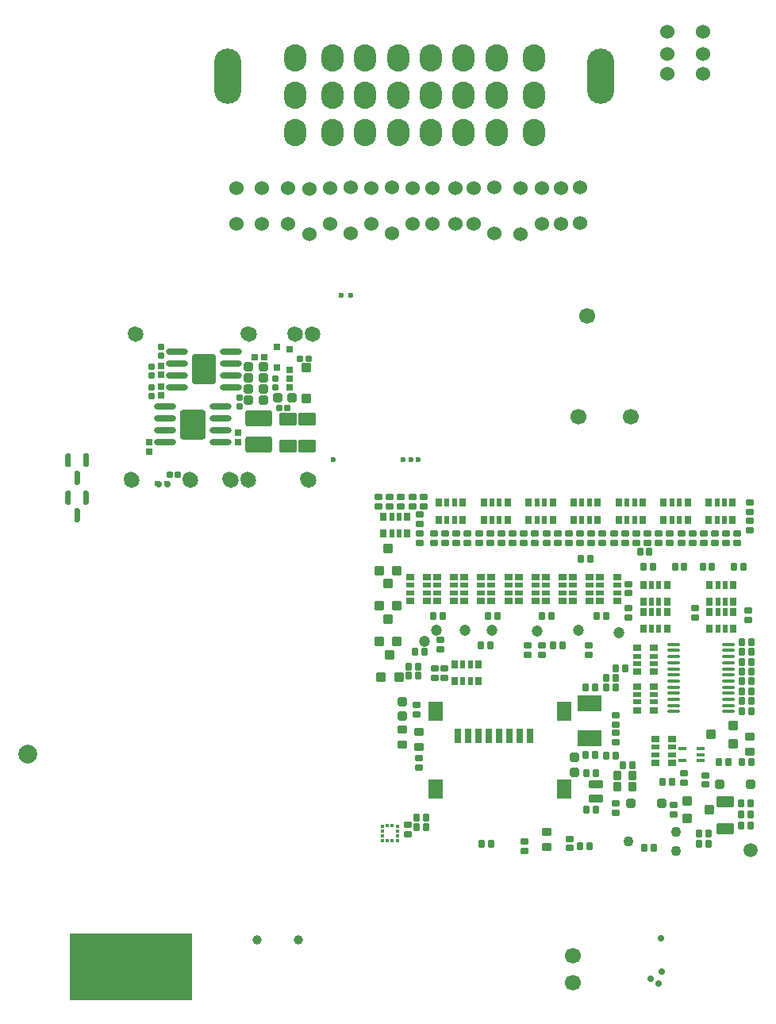
<source format=gbs>
G75*
G70*
%OFA0B0*%
%FSLAX25Y25*%
%IPPOS*%
%LPD*%
%AMOC8*
5,1,8,0,0,1.08239X$1,22.5*
%
%AMM183*
21,1,0.041340,0.026770,0.000000,-0.000000,270.000000*
21,1,0.029130,0.038980,0.000000,-0.000000,270.000000*
1,1,0.012210,-0.013390,-0.014570*
1,1,0.012210,-0.013390,0.014570*
1,1,0.012210,0.013390,0.014570*
1,1,0.012210,0.013390,-0.014570*
%
%AMM185*
21,1,0.076380,0.036220,0.000000,-0.000000,0.000000*
21,1,0.061810,0.050790,0.000000,-0.000000,0.000000*
1,1,0.014570,0.030910,-0.018110*
1,1,0.014570,-0.030910,-0.018110*
1,1,0.014570,-0.030910,0.018110*
1,1,0.014570,0.030910,0.018110*
%
%AMM188*
21,1,0.029130,0.018900,0.000000,-0.000000,0.000000*
21,1,0.018900,0.029130,0.000000,-0.000000,0.000000*
1,1,0.010240,0.009450,-0.009450*
1,1,0.010240,-0.009450,-0.009450*
1,1,0.010240,-0.009450,0.009450*
1,1,0.010240,0.009450,0.009450*
%
%AMM189*
21,1,0.025200,0.019680,0.000000,-0.000000,270.000000*
21,1,0.015750,0.029130,0.000000,-0.000000,270.000000*
1,1,0.009450,-0.009840,-0.007870*
1,1,0.009450,-0.009840,0.007870*
1,1,0.009450,0.009840,0.007870*
1,1,0.009450,0.009840,-0.007870*
%
%AMM190*
21,1,0.025200,0.019680,0.000000,-0.000000,180.000000*
21,1,0.015750,0.029130,0.000000,-0.000000,180.000000*
1,1,0.009450,-0.007870,0.009840*
1,1,0.009450,0.007870,0.009840*
1,1,0.009450,0.007870,-0.009840*
1,1,0.009450,-0.007870,-0.009840*
%
%AMM196*
21,1,0.111810,0.050390,0.000000,-0.000000,0.000000*
21,1,0.093700,0.068500,0.000000,-0.000000,0.000000*
1,1,0.018110,0.046850,-0.025200*
1,1,0.018110,-0.046850,-0.025200*
1,1,0.018110,-0.046850,0.025200*
1,1,0.018110,0.046850,0.025200*
%
%AMM197*
21,1,0.038980,0.026770,0.000000,-0.000000,180.000000*
21,1,0.026770,0.038980,0.000000,-0.000000,180.000000*
1,1,0.012210,-0.013390,0.013390*
1,1,0.012210,0.013390,0.013390*
1,1,0.012210,0.013390,-0.013390*
1,1,0.012210,-0.013390,-0.013390*
%
%AMM198*
21,1,0.029130,0.018900,0.000000,-0.000000,90.000000*
21,1,0.018900,0.029130,0.000000,-0.000000,90.000000*
1,1,0.010240,0.009450,0.009450*
1,1,0.010240,0.009450,-0.009450*
1,1,0.010240,-0.009450,-0.009450*
1,1,0.010240,-0.009450,0.009450*
%
%AMM199*
21,1,0.127560,0.075590,0.000000,-0.000000,90.000000*
21,1,0.103150,0.100000,0.000000,-0.000000,90.000000*
1,1,0.024410,0.037800,0.051580*
1,1,0.024410,0.037800,-0.051580*
1,1,0.024410,-0.037800,-0.051580*
1,1,0.024410,-0.037800,0.051580*
%
%AMM200*
21,1,0.123620,0.083460,0.000000,-0.000000,270.000000*
21,1,0.097240,0.109840,0.000000,-0.000000,270.000000*
1,1,0.026380,-0.041730,-0.048620*
1,1,0.026380,-0.041730,0.048620*
1,1,0.026380,0.041730,0.048620*
1,1,0.026380,0.041730,-0.048620*
%
%AMM273*
21,1,0.031500,0.018900,-0.000000,-0.000000,0.000000*
21,1,0.022840,0.027560,-0.000000,-0.000000,0.000000*
1,1,0.008660,0.011420,-0.009450*
1,1,0.008660,-0.011420,-0.009450*
1,1,0.008660,-0.011420,0.009450*
1,1,0.008660,0.011420,0.009450*
%
%AMM276*
21,1,0.029530,0.026380,-0.000000,-0.000000,270.000000*
21,1,0.020470,0.035430,-0.000000,-0.000000,270.000000*
1,1,0.009060,-0.013190,-0.010240*
1,1,0.009060,-0.013190,0.010240*
1,1,0.009060,0.013190,0.010240*
1,1,0.009060,0.013190,-0.010240*
%
%AMM277*
21,1,0.021650,0.027950,-0.000000,-0.000000,270.000000*
21,1,0.014170,0.035430,-0.000000,-0.000000,270.000000*
1,1,0.007480,-0.013980,-0.007090*
1,1,0.007480,-0.013980,0.007090*
1,1,0.007480,0.013980,0.007090*
1,1,0.007480,0.013980,-0.007090*
%
%AMM279*
21,1,0.016540,0.028980,-0.000000,-0.000000,270.000000*
21,1,0.010080,0.035430,-0.000000,-0.000000,270.000000*
1,1,0.006460,-0.014490,-0.005040*
1,1,0.006460,-0.014490,0.005040*
1,1,0.006460,0.014490,0.005040*
1,1,0.006460,0.014490,-0.005040*
%
%AMM282*
21,1,0.031500,0.018900,-0.000000,-0.000000,270.000000*
21,1,0.022840,0.027560,-0.000000,-0.000000,270.000000*
1,1,0.008660,-0.009450,-0.011420*
1,1,0.008660,-0.009450,0.011420*
1,1,0.008660,0.009450,0.011420*
1,1,0.008660,0.009450,-0.011420*
%
%AMM293*
21,1,0.062990,0.020470,-0.000000,-0.000000,270.000000*
21,1,0.053940,0.029530,-0.000000,-0.000000,270.000000*
1,1,0.009060,-0.010240,-0.026970*
1,1,0.009060,-0.010240,0.026970*
1,1,0.009060,0.010240,0.026970*
1,1,0.009060,0.010240,-0.026970*
%
%AMM294*
21,1,0.082680,0.045670,-0.000000,-0.000000,270.000000*
21,1,0.067320,0.061020,-0.000000,-0.000000,270.000000*
1,1,0.015350,-0.022840,-0.033660*
1,1,0.015350,-0.022840,0.033660*
1,1,0.015350,0.022840,0.033660*
1,1,0.015350,0.022840,-0.033660*
%
%AMM295*
21,1,0.039760,0.026770,-0.000000,-0.000000,180.000000*
21,1,0.029130,0.037400,-0.000000,-0.000000,180.000000*
1,1,0.010630,-0.014570,0.013390*
1,1,0.010630,0.014570,0.013390*
1,1,0.010630,0.014570,-0.013390*
1,1,0.010630,-0.014570,-0.013390*
%
%AMM296*
21,1,0.029530,0.026380,-0.000000,-0.000000,180.000000*
21,1,0.020470,0.035430,-0.000000,-0.000000,180.000000*
1,1,0.009060,-0.010240,0.013190*
1,1,0.009060,0.010240,0.013190*
1,1,0.009060,0.010240,-0.013190*
1,1,0.009060,-0.010240,-0.013190*
%
%AMM297*
21,1,0.021650,0.027950,-0.000000,-0.000000,180.000000*
21,1,0.014170,0.035430,-0.000000,-0.000000,180.000000*
1,1,0.007480,-0.007090,0.013980*
1,1,0.007480,0.007090,0.013980*
1,1,0.007480,0.007090,-0.013980*
1,1,0.007480,-0.007090,-0.013980*
%
%AMM298*
21,1,0.039370,0.030320,-0.000000,-0.000000,90.000000*
21,1,0.028350,0.041340,-0.000000,-0.000000,90.000000*
1,1,0.011020,0.015160,0.014170*
1,1,0.011020,0.015160,-0.014170*
1,1,0.011020,-0.015160,-0.014170*
1,1,0.011020,-0.015160,0.014170*
%
%AMM299*
21,1,0.031500,0.030710,-0.000000,-0.000000,270.000000*
21,1,0.022050,0.040160,-0.000000,-0.000000,270.000000*
1,1,0.009450,-0.015350,-0.011020*
1,1,0.009450,-0.015350,0.011020*
1,1,0.009450,0.015350,0.011020*
1,1,0.009450,0.015350,-0.011020*
%
%AMM300*
21,1,0.031500,0.049610,-0.000000,-0.000000,90.000000*
21,1,0.022050,0.059060,-0.000000,-0.000000,90.000000*
1,1,0.009450,0.024800,0.011020*
1,1,0.009450,0.024800,-0.011020*
1,1,0.009450,-0.024800,-0.011020*
1,1,0.009450,-0.024800,0.011020*
%
%AMM301*
21,1,0.031500,0.030710,-0.000000,-0.000000,180.000000*
21,1,0.022050,0.040160,-0.000000,-0.000000,180.000000*
1,1,0.009450,-0.011020,0.015350*
1,1,0.009450,0.011020,0.015350*
1,1,0.009450,0.011020,-0.015350*
1,1,0.009450,-0.011020,-0.015350*
%
%AMM302*
21,1,0.074800,0.036220,-0.000000,-0.000000,180.000000*
21,1,0.061810,0.049210,-0.000000,-0.000000,180.000000*
1,1,0.012990,-0.030910,0.018110*
1,1,0.012990,0.030910,0.018110*
1,1,0.012990,0.030910,-0.018110*
1,1,0.012990,-0.030910,-0.018110*
%
%AMM303*
21,1,0.037400,0.026770,-0.000000,-0.000000,90.000000*
21,1,0.026770,0.037400,-0.000000,-0.000000,90.000000*
1,1,0.010630,0.013390,0.013390*
1,1,0.010630,0.013390,-0.013390*
1,1,0.010630,-0.013390,-0.013390*
1,1,0.010630,-0.013390,0.013390*
%
%AMM304*
21,1,0.039370,0.030320,-0.000000,-0.000000,180.000000*
21,1,0.028350,0.041340,-0.000000,-0.000000,180.000000*
1,1,0.011020,-0.014170,0.015160*
1,1,0.011020,0.014170,0.015160*
1,1,0.011020,0.014170,-0.015160*
1,1,0.011020,-0.014170,-0.015160*
%
%ADD10C,0.02362*%
%ADD114C,0.02913*%
%ADD115C,0.06457*%
%ADD191C,0.04294*%
%ADD192C,0.04724*%
%ADD211R,0.09843X0.07087*%
%ADD22C,0.06000*%
%ADD220O,0.05354X0.01378*%
%ADD222R,0.01378X0.01772*%
%ADD223R,0.01772X0.01378*%
%ADD23C,0.06693*%
%ADD270O,0.09213X0.02520*%
%ADD326M183*%
%ADD328M185*%
%ADD33C,0.05906*%
%ADD331M188*%
%ADD332M189*%
%ADD333M190*%
%ADD339M196*%
%ADD340M197*%
%ADD341M198*%
%ADD342M199*%
%ADD343M200*%
%ADD434M273*%
%ADD437M276*%
%ADD438M277*%
%ADD440M279*%
%ADD443M282*%
%ADD454M293*%
%ADD455M294*%
%ADD456M295*%
%ADD457M296*%
%ADD458M297*%
%ADD459M298*%
%ADD460M299*%
%ADD461M300*%
%ADD462M301*%
%ADD463M302*%
%ADD464M303*%
%ADD465M304*%
%ADD50C,0.07874*%
%ADD54C,0.03937*%
%ADD62C,0.00472*%
%ADD63O,0.11417X0.23228*%
%ADD64O,0.09449X0.11417*%
X0000000Y0000000D02*
%LPD*%
G01*
G36*
X0077559Y0000787D02*
G01*
X0026378Y0000787D01*
X0026378Y0028346D01*
X0077559Y0028346D01*
X0077559Y0000787D01*
G37*
D62*
X0077559Y0000787D02*
X0026378Y0000787D01*
X0026378Y0028346D01*
X0077559Y0028346D01*
X0077559Y0000787D01*
D22*
X0196206Y0326364D03*
X0196206Y0341364D03*
X0188514Y0326449D03*
X0188514Y0341449D03*
X0144488Y0341535D03*
X0144488Y0322244D03*
D23*
X0243929Y0287795D03*
D22*
X0096457Y0326358D03*
X0096457Y0341358D03*
X0292539Y0407087D03*
X0277539Y0407087D03*
D54*
X0105157Y0025492D03*
X0122480Y0025492D03*
D22*
X0153150Y0326358D03*
X0153150Y0341358D03*
D10*
X0273927Y0007192D03*
X0270482Y0009259D03*
X0275108Y0012211D03*
X0274813Y0026188D03*
D22*
X0178740Y0326358D03*
X0178740Y0341358D03*
D23*
X0237795Y0007480D03*
D33*
X0126280Y0219193D03*
X0101083Y0219193D03*
X0093602Y0219193D03*
X0076673Y0219193D03*
D10*
X0067224Y0217421D03*
X0063287Y0217421D03*
D33*
X0052067Y0219193D03*
X0128051Y0280217D03*
X0120768Y0280217D03*
X0101280Y0280217D03*
X0053839Y0280217D03*
D10*
X0137106Y0227165D03*
X0166634Y0227165D03*
X0169783Y0227165D03*
X0172933Y0227165D03*
X0144587Y0296161D03*
X0140650Y0296161D03*
D22*
X0170472Y0326358D03*
X0170472Y0341358D03*
X0118110Y0326358D03*
X0118110Y0341358D03*
X0215929Y0341339D03*
X0215929Y0322047D03*
X0277539Y0389370D03*
X0292539Y0389370D03*
X0161811Y0341535D03*
X0161811Y0322244D03*
X0224929Y0326358D03*
X0224929Y0341358D03*
X0232929Y0326358D03*
X0232929Y0341358D03*
X0292539Y0397638D03*
X0277539Y0397638D03*
X0240929Y0326547D03*
X0240929Y0341547D03*
D63*
X0249606Y0388185D03*
X0092913Y0388185D03*
D64*
X0121063Y0364563D03*
X0136811Y0364563D03*
X0150591Y0364563D03*
X0164370Y0364563D03*
X0178150Y0364563D03*
X0191929Y0364563D03*
X0205709Y0364563D03*
X0221457Y0364563D03*
X0121063Y0380311D03*
X0136811Y0380311D03*
X0150591Y0380311D03*
X0164370Y0380311D03*
X0178150Y0380311D03*
X0191929Y0380311D03*
X0205709Y0380311D03*
X0221457Y0380311D03*
X0121063Y0396059D03*
X0136811Y0396059D03*
X0150591Y0396059D03*
X0164370Y0396059D03*
X0178150Y0396059D03*
X0191929Y0396059D03*
X0205709Y0396059D03*
X0221457Y0396059D03*
D22*
X0107087Y0326358D03*
X0107087Y0341358D03*
X0135827Y0326358D03*
X0135827Y0341358D03*
D23*
X0237795Y0018898D03*
D22*
X0127165Y0341142D03*
X0127165Y0321850D03*
X0204929Y0341535D03*
X0204929Y0322244D03*
D23*
X0262205Y0245276D03*
X0240157Y0245276D03*
G36*
G01*
X0025197Y0214222D02*
X0026378Y0214222D01*
G75*
G02*
X0026969Y0213632I0000000J-000591D01*
G01*
X0026969Y0209006D01*
G75*
G02*
X0026378Y0208415I-000591J0000000D01*
G01*
X0025197Y0208415D01*
G75*
G02*
X0024606Y0209006I0000000J0000591D01*
G01*
X0024606Y0213632D01*
G75*
G02*
X0025197Y0214222I0000591J0000000D01*
G01*
G37*
G36*
G01*
X0032677Y0214222D02*
X0033858Y0214222D01*
G75*
G02*
X0034449Y0213632I0000000J-000591D01*
G01*
X0034449Y0209006D01*
G75*
G02*
X0033858Y0208415I-000591J0000000D01*
G01*
X0032677Y0208415D01*
G75*
G02*
X0032087Y0209006I0000000J0000591D01*
G01*
X0032087Y0213632D01*
G75*
G02*
X0032677Y0214222I0000591J0000000D01*
G01*
G37*
G36*
G01*
X0028937Y0206841D02*
X0030118Y0206841D01*
G75*
G02*
X0030709Y0206250I0000000J-000591D01*
G01*
X0030709Y0201624D01*
G75*
G02*
X0030118Y0201033I-000591J0000000D01*
G01*
X0028937Y0201033D01*
G75*
G02*
X0028346Y0201624I0000000J0000591D01*
G01*
X0028346Y0206250D01*
G75*
G02*
X0028937Y0206841I0000591J0000000D01*
G01*
G37*
G36*
G01*
X0025197Y0229970D02*
X0026378Y0229970D01*
G75*
G02*
X0026969Y0229380I0000000J-000591D01*
G01*
X0026969Y0224754D01*
G75*
G02*
X0026378Y0224163I-000591J0000000D01*
G01*
X0025197Y0224163D01*
G75*
G02*
X0024606Y0224754I0000000J0000591D01*
G01*
X0024606Y0229380D01*
G75*
G02*
X0025197Y0229970I0000591J0000000D01*
G01*
G37*
G36*
G01*
X0032677Y0229970D02*
X0033858Y0229970D01*
G75*
G02*
X0034449Y0229380I0000000J-000591D01*
G01*
X0034449Y0224754D01*
G75*
G02*
X0033858Y0224163I-000591J0000000D01*
G01*
X0032677Y0224163D01*
G75*
G02*
X0032087Y0224754I0000000J0000591D01*
G01*
X0032087Y0229380D01*
G75*
G02*
X0032677Y0229970I0000591J0000000D01*
G01*
G37*
G36*
G01*
X0028937Y0222589D02*
X0030118Y0222589D01*
G75*
G02*
X0030709Y0221998I0000000J-000591D01*
G01*
X0030709Y0217372D01*
G75*
G02*
X0030118Y0216781I-000591J0000000D01*
G01*
X0028937Y0216781D01*
G75*
G02*
X0028346Y0217372I0000000J0000591D01*
G01*
X0028346Y0221998D01*
G75*
G02*
X0028937Y0222589I0000591J0000000D01*
G01*
G37*
D50*
X0008858Y0103543D03*
X0049508Y0282776D02*
G01*
G75*
D326*
X0125886Y0265853D02*
D03*
X0125886Y0252861D02*
D03*
D328*
X0126280Y0244418D02*
D03*
X0126280Y0233001D02*
D03*
X0118248Y0244418D02*
D03*
X0118248Y0233001D02*
D03*
D331*
X0108169Y0270374D02*
D03*
X0104232Y0270374D02*
D03*
X0118799Y0265059D02*
D03*
X0118799Y0273721D02*
D03*
X0113551Y0265847D02*
D03*
X0113551Y0274508D02*
D03*
D332*
X0060925Y0266165D02*
D03*
X0060925Y0262621D02*
D03*
X0097658Y0249686D02*
D03*
X0097658Y0253230D02*
D03*
X0112763Y0257684D02*
D03*
X0112763Y0261227D02*
D03*
X0060925Y0257546D02*
D03*
X0060925Y0254003D02*
D03*
X0064862Y0270965D02*
D03*
X0064862Y0274508D02*
D03*
D333*
X0071967Y0221026D02*
D03*
X0068423Y0221026D02*
D03*
X0117882Y0249023D02*
D03*
X0114338Y0249023D02*
D03*
X0123196Y0269790D02*
D03*
X0126740Y0269790D02*
D03*
D114*
X0067618Y0217028D02*
D03*
X0063681Y0217028D02*
D03*
D115*
X0121161Y0279823D02*
D03*
X0054232Y0279823D02*
D03*
X0101673Y0279823D02*
D03*
X0101476Y0218800D02*
D03*
X0126673Y0218800D02*
D03*
X0077067Y0218800D02*
D03*
X0093996Y0218800D02*
D03*
X0052461Y0218800D02*
D03*
X0128445Y0279823D02*
D03*
D339*
X0105807Y0244587D02*
D03*
X0105807Y0233563D02*
D03*
D340*
X0107704Y0266241D02*
D03*
X0101484Y0266241D02*
D03*
X0107704Y0252147D02*
D03*
X0101484Y0252147D02*
D03*
X0107704Y0256838D02*
D03*
X0101484Y0256838D02*
D03*
X0107704Y0261530D02*
D03*
X0101484Y0261530D02*
D03*
X0119949Y0253328D02*
D03*
X0113728Y0253328D02*
D03*
D341*
X0064862Y0266755D02*
D03*
X0064862Y0262818D02*
D03*
X0064862Y0254200D02*
D03*
X0064862Y0258137D02*
D03*
X0118799Y0257487D02*
D03*
X0118799Y0261424D02*
D03*
X0097185Y0234554D02*
D03*
X0097185Y0238491D02*
D03*
X0059744Y0234652D02*
D03*
X0059744Y0230715D02*
D03*
D342*
X0082940Y0265204D02*
D03*
D270*
X0094259Y0272704D02*
D03*
X0094259Y0267704D02*
D03*
X0094259Y0262704D02*
D03*
X0094259Y0257704D02*
D03*
X0071622Y0272704D02*
D03*
X0071622Y0267704D02*
D03*
X0071622Y0262704D02*
D03*
X0071622Y0257704D02*
D03*
X0089764Y0249637D02*
D03*
X0089764Y0244637D02*
D03*
X0089764Y0239637D02*
D03*
X0089764Y0234637D02*
D03*
X0066339Y0249637D02*
D03*
X0066339Y0244637D02*
D03*
X0066339Y0239637D02*
D03*
X0066339Y0234637D02*
D03*
D343*
X0078051Y0242137D02*
D03*
X0133661Y0297638D02*
%LPD*%
G01*
D10*
X0137106Y0227166D03*
X0166633Y0227166D03*
X0169783Y0227166D03*
X0172933Y0227166D03*
X0144586Y0296162D03*
X0140649Y0296162D03*
X0316831Y0216831D02*
G01*
G75*
D434*
X0311332Y0163952D02*
D03*
X0311332Y0160015D02*
D03*
X0284548Y0091634D02*
D03*
X0284548Y0095571D02*
D03*
X0293603Y0090847D02*
D03*
X0293603Y0094784D02*
D03*
X0182185Y0147540D02*
D03*
X0182185Y0151477D02*
D03*
X0244488Y0149410D02*
D03*
X0244488Y0145473D02*
D03*
X0255807Y0082973D02*
D03*
X0255807Y0079036D02*
D03*
X0224803Y0149410D02*
D03*
X0224803Y0145473D02*
D03*
X0236615Y0068110D02*
D03*
X0236615Y0064174D02*
D03*
X0183760Y0135729D02*
D03*
X0183760Y0139666D02*
D03*
X0179823Y0135729D02*
D03*
X0179823Y0139666D02*
D03*
X0280217Y0082185D02*
D03*
X0280217Y0078248D02*
D03*
X0172146Y0120374D02*
D03*
X0172146Y0124311D02*
D03*
X0173130Y0097933D02*
D03*
X0173130Y0101870D02*
D03*
X0218898Y0149410D02*
D03*
X0218898Y0145473D02*
D03*
X0217618Y0062894D02*
D03*
X0217618Y0066831D02*
D03*
X0255807Y0112500D02*
D03*
X0255807Y0108563D02*
D03*
X0255807Y0116044D02*
D03*
X0255807Y0119981D02*
D03*
X0269193Y0192422D02*
D03*
X0269193Y0196359D02*
D03*
X0264469Y0192422D02*
D03*
X0264469Y0196359D02*
D03*
X0259744Y0192422D02*
D03*
X0259744Y0196359D02*
D03*
X0255020Y0192422D02*
D03*
X0255020Y0196359D02*
D03*
X0170374Y0211713D02*
D03*
X0170374Y0207776D02*
D03*
X0165650Y0207776D02*
D03*
X0165650Y0211713D02*
D03*
X0160926Y0211713D02*
D03*
X0160926Y0207776D02*
D03*
X0156201Y0211713D02*
D03*
X0156201Y0207776D02*
D03*
X0289075Y0164863D02*
D03*
X0289075Y0160926D02*
D03*
X0261122Y0164863D02*
D03*
X0261122Y0160926D02*
D03*
X0292815Y0192422D02*
D03*
X0292815Y0196359D02*
D03*
X0297539Y0192422D02*
D03*
X0297539Y0196359D02*
D03*
X0302264Y0192422D02*
D03*
X0302264Y0196359D02*
D03*
X0306988Y0192422D02*
D03*
X0306988Y0196359D02*
D03*
X0273917Y0192422D02*
D03*
X0273917Y0196359D02*
D03*
X0278642Y0192422D02*
D03*
X0278642Y0196359D02*
D03*
X0283366Y0192422D02*
D03*
X0283366Y0196359D02*
D03*
X0288091Y0192422D02*
D03*
X0288091Y0196359D02*
D03*
X0236122Y0192422D02*
D03*
X0236122Y0196359D02*
D03*
X0240846Y0192422D02*
D03*
X0240846Y0196359D02*
D03*
X0245571Y0192422D02*
D03*
X0245571Y0196359D02*
D03*
X0250295Y0192422D02*
D03*
X0250295Y0196359D02*
D03*
X0217224Y0196359D02*
D03*
X0217224Y0192422D02*
D03*
X0221949Y0192422D02*
D03*
X0221949Y0196359D02*
D03*
X0226673Y0192422D02*
D03*
X0226673Y0196359D02*
D03*
X0231398Y0192422D02*
D03*
X0231398Y0196359D02*
D03*
X0198327Y0192422D02*
D03*
X0198327Y0196359D02*
D03*
X0203051Y0192422D02*
D03*
X0203051Y0196359D02*
D03*
X0207776Y0192422D02*
D03*
X0207776Y0196359D02*
D03*
X0212500Y0192422D02*
D03*
X0212500Y0196359D02*
D03*
X0184154Y0192422D02*
D03*
X0184154Y0196359D02*
D03*
X0188878Y0192422D02*
D03*
X0188878Y0196359D02*
D03*
X0193603Y0192422D02*
D03*
X0193603Y0196359D02*
D03*
X0312107Y0201674D02*
D03*
X0312107Y0197737D02*
D03*
X0175098Y0207776D02*
D03*
X0175098Y0211713D02*
D03*
X0261122Y0175099D02*
D03*
X0261122Y0171162D02*
D03*
X0173524Y0196359D02*
D03*
X0173524Y0192422D02*
D03*
X0312107Y0209351D02*
D03*
X0312107Y0205414D02*
D03*
X0173524Y0200296D02*
D03*
X0173524Y0204233D02*
D03*
X0168406Y0069981D02*
D03*
X0168406Y0073918D02*
D03*
X0179429Y0192422D02*
D03*
X0179429Y0196359D02*
D03*
D437*
X0279429Y0100000D02*
D03*
X0272343Y0100000D02*
D03*
X0272343Y0110040D02*
D03*
X0279429Y0110040D02*
D03*
X0264862Y0148229D02*
D03*
X0271949Y0148229D02*
D03*
X0271949Y0138189D02*
D03*
X0264862Y0138189D02*
D03*
X0264862Y0132087D02*
D03*
X0271949Y0132087D02*
D03*
X0271949Y0122047D02*
D03*
X0264862Y0122047D02*
D03*
X0169390Y0167914D02*
D03*
X0176477Y0167914D02*
D03*
X0176477Y0177953D02*
D03*
X0169390Y0177953D02*
D03*
X0187894Y0177953D02*
D03*
X0180807Y0177953D02*
D03*
X0180807Y0167914D02*
D03*
X0187894Y0167914D02*
D03*
X0237894Y0167914D02*
D03*
X0244980Y0167914D02*
D03*
X0244980Y0177953D02*
D03*
X0237894Y0177953D02*
D03*
X0256398Y0177953D02*
D03*
X0249311Y0177953D02*
D03*
X0249311Y0167914D02*
D03*
X0256398Y0167914D02*
D03*
X0215059Y0167914D02*
D03*
X0222146Y0167914D02*
D03*
X0222146Y0177953D02*
D03*
X0215059Y0177953D02*
D03*
X0233563Y0177953D02*
D03*
X0226476Y0177953D02*
D03*
X0226476Y0167914D02*
D03*
X0233563Y0167914D02*
D03*
X0192224Y0167914D02*
D03*
X0199311Y0167914D02*
D03*
X0199311Y0177953D02*
D03*
X0192224Y0177953D02*
D03*
X0210728Y0177953D02*
D03*
X0203642Y0177953D02*
D03*
X0203642Y0167914D02*
D03*
X0210728Y0167914D02*
D03*
D438*
X0272343Y0106595D02*
D03*
X0272343Y0103445D02*
D03*
X0279429Y0103445D02*
D03*
X0279429Y0106595D02*
D03*
X0271949Y0141634D02*
D03*
X0271949Y0144784D02*
D03*
X0264862Y0144784D02*
D03*
X0264862Y0141634D02*
D03*
X0271949Y0125492D02*
D03*
X0271949Y0128642D02*
D03*
X0264862Y0128642D02*
D03*
X0264862Y0125492D02*
D03*
X0169390Y0171359D02*
D03*
X0169390Y0174508D02*
D03*
X0176477Y0174508D02*
D03*
X0176477Y0171359D02*
D03*
X0187894Y0174508D02*
D03*
X0187894Y0171359D02*
D03*
X0180807Y0171359D02*
D03*
X0180807Y0174508D02*
D03*
X0237894Y0171359D02*
D03*
X0237894Y0174508D02*
D03*
X0244980Y0174508D02*
D03*
X0244980Y0171359D02*
D03*
X0256398Y0174508D02*
D03*
X0256398Y0171359D02*
D03*
X0249311Y0171359D02*
D03*
X0249311Y0174508D02*
D03*
X0215059Y0171359D02*
D03*
X0215059Y0174508D02*
D03*
X0222146Y0174508D02*
D03*
X0222146Y0171359D02*
D03*
X0233563Y0174508D02*
D03*
X0233563Y0171359D02*
D03*
X0226476Y0171359D02*
D03*
X0226476Y0174508D02*
D03*
X0192224Y0171359D02*
D03*
X0192224Y0174508D02*
D03*
X0199311Y0174508D02*
D03*
X0199311Y0171359D02*
D03*
X0210728Y0174508D02*
D03*
X0210728Y0171359D02*
D03*
X0203642Y0171359D02*
D03*
X0203642Y0174508D02*
D03*
D440*
X0291437Y0106004D02*
D03*
X0291437Y0103445D02*
D03*
X0291437Y0100886D02*
D03*
X0283957Y0100886D02*
D03*
X0283957Y0106004D02*
D03*
D443*
X0275492Y0092028D02*
D03*
X0279429Y0092028D02*
D03*
X0175492Y0146752D02*
D03*
X0171555Y0146752D02*
D03*
X0312500Y0073524D02*
D03*
X0308563Y0073524D02*
D03*
X0244784Y0064862D02*
D03*
X0240847Y0064862D02*
D03*
X0176083Y0077067D02*
D03*
X0172146Y0077067D02*
D03*
X0203445Y0066044D02*
D03*
X0199508Y0066044D02*
D03*
X0290847Y0065945D02*
D03*
X0294784Y0065945D02*
D03*
X0290847Y0070374D02*
D03*
X0294784Y0070374D02*
D03*
X0255807Y0131792D02*
D03*
X0251870Y0131792D02*
D03*
X0247146Y0131792D02*
D03*
X0243209Y0131792D02*
D03*
X0247146Y0103445D02*
D03*
X0243209Y0103445D02*
D03*
X0312500Y0082973D02*
D03*
X0308563Y0082973D02*
D03*
X0267815Y0064272D02*
D03*
X0271752Y0064272D02*
D03*
X0312500Y0078248D02*
D03*
X0308563Y0078248D02*
D03*
X0255807Y0139666D02*
D03*
X0259744Y0139666D02*
D03*
X0172736Y0140453D02*
D03*
X0168799Y0140453D02*
D03*
X0172736Y0136516D02*
D03*
X0168799Y0136516D02*
D03*
X0172146Y0073130D02*
D03*
X0176083Y0073130D02*
D03*
X0199213Y0149410D02*
D03*
X0203150Y0149410D02*
D03*
X0255807Y0103052D02*
D03*
X0251870Y0103052D02*
D03*
X0255807Y0135729D02*
D03*
X0251870Y0135729D02*
D03*
X0247540Y0080217D02*
D03*
X0243603Y0080217D02*
D03*
X0247540Y0095571D02*
D03*
X0243603Y0095571D02*
D03*
X0233465Y0149410D02*
D03*
X0229528Y0149410D02*
D03*
X0262796Y0099016D02*
D03*
X0258859Y0099016D02*
D03*
X0179232Y0161713D02*
D03*
X0183169Y0161713D02*
D03*
X0247736Y0161713D02*
D03*
X0251673Y0161713D02*
D03*
X0224902Y0161713D02*
D03*
X0228839Y0161713D02*
D03*
X0202067Y0161713D02*
D03*
X0206004Y0161713D02*
D03*
X0241240Y0185729D02*
D03*
X0245177Y0185729D02*
D03*
X0296292Y0182185D02*
D03*
X0292355Y0182185D02*
D03*
X0305481Y0182185D02*
D03*
X0309418Y0182185D02*
D03*
X0271488Y0182185D02*
D03*
X0267551Y0182185D02*
D03*
X0280677Y0182185D02*
D03*
X0284614Y0182185D02*
D03*
X0308957Y0100296D02*
D03*
X0312894Y0100296D02*
D03*
X0303051Y0100296D02*
D03*
X0299114Y0100296D02*
D03*
X0266043Y0188485D02*
D03*
X0269980Y0188485D02*
D03*
X0312894Y0150689D02*
D03*
X0308957Y0150689D02*
D03*
X0312894Y0138288D02*
D03*
X0308957Y0138288D02*
D03*
X0312894Y0134154D02*
D03*
X0308957Y0134154D02*
D03*
X0312894Y0125886D02*
D03*
X0308957Y0125886D02*
D03*
X0312894Y0130020D02*
D03*
X0308957Y0130020D02*
D03*
X0312894Y0121752D02*
D03*
X0308957Y0121752D02*
D03*
X0312894Y0142421D02*
D03*
X0308957Y0142421D02*
D03*
X0312894Y0146555D02*
D03*
X0308957Y0146555D02*
D03*
D191*
X0261083Y0066890D02*
D03*
X0281083Y0070890D02*
D03*
X0281083Y0062890D02*
D03*
D192*
X0222736Y0155414D02*
D03*
X0175492Y0151083D02*
D03*
X0180610Y0155807D02*
D03*
X0192422Y0155807D02*
D03*
X0203839Y0155807D02*
D03*
X0240059Y0155807D02*
D03*
X0256989Y0154626D02*
D03*
D33*
X0312500Y0063288D02*
D03*
D454*
X0219705Y0111307D02*
D03*
X0215374Y0111307D02*
D03*
X0211043Y0111307D02*
D03*
X0206713Y0111307D02*
D03*
X0202382Y0111307D02*
D03*
X0198051Y0111307D02*
D03*
X0193720Y0111307D02*
D03*
X0189390Y0111307D02*
D03*
D455*
X0180020Y0121543D02*
D03*
X0180020Y0088866D02*
D03*
X0234153Y0088866D02*
D03*
X0234153Y0121543D02*
D03*
D456*
X0275099Y0082973D02*
D03*
X0262106Y0082973D02*
D03*
X0299508Y0090847D02*
D03*
X0312500Y0090847D02*
D03*
D211*
X0244783Y0110335D02*
D03*
X0244783Y0124902D02*
D03*
D457*
X0198228Y0134154D02*
D03*
X0198228Y0141240D02*
D03*
X0188189Y0141240D02*
D03*
X0188189Y0134154D02*
D03*
X0267126Y0209154D02*
D03*
X0267126Y0202067D02*
D03*
X0257087Y0202067D02*
D03*
X0257087Y0209154D02*
D03*
X0295276Y0174705D02*
D03*
X0295276Y0167618D02*
D03*
X0305315Y0167618D02*
D03*
X0305315Y0174705D02*
D03*
X0305315Y0156201D02*
D03*
X0305315Y0163288D02*
D03*
X0295276Y0163288D02*
D03*
X0295276Y0156201D02*
D03*
X0267323Y0174705D02*
D03*
X0267323Y0167618D02*
D03*
X0277362Y0167618D02*
D03*
X0277362Y0174705D02*
D03*
X0277362Y0156201D02*
D03*
X0277362Y0163288D02*
D03*
X0267323Y0163288D02*
D03*
X0267323Y0156201D02*
D03*
X0304921Y0209154D02*
D03*
X0304921Y0202067D02*
D03*
X0294882Y0202067D02*
D03*
X0294882Y0209154D02*
D03*
X0286024Y0209154D02*
D03*
X0286024Y0202067D02*
D03*
X0275985Y0202067D02*
D03*
X0275985Y0209154D02*
D03*
X0248229Y0209154D02*
D03*
X0248229Y0202067D02*
D03*
X0238189Y0202067D02*
D03*
X0238189Y0209154D02*
D03*
X0229331Y0209154D02*
D03*
X0229331Y0202067D02*
D03*
X0219291Y0202067D02*
D03*
X0219291Y0209154D02*
D03*
X0210433Y0209154D02*
D03*
X0210433Y0202067D02*
D03*
X0200394Y0202067D02*
D03*
X0200394Y0209154D02*
D03*
X0191536Y0209154D02*
D03*
X0191536Y0202067D02*
D03*
X0181496Y0202067D02*
D03*
X0181496Y0209154D02*
D03*
X0158268Y0203445D02*
D03*
X0158268Y0196359D02*
D03*
X0168307Y0196359D02*
D03*
X0168307Y0203445D02*
D03*
D458*
X0194784Y0134154D02*
D03*
X0191634Y0134154D02*
D03*
X0191634Y0141240D02*
D03*
X0194784Y0141240D02*
D03*
X0260532Y0202067D02*
D03*
X0263681Y0202067D02*
D03*
X0263681Y0209154D02*
D03*
X0260532Y0209154D02*
D03*
X0298721Y0174705D02*
D03*
X0301870Y0174705D02*
D03*
X0301870Y0167618D02*
D03*
X0298721Y0167618D02*
D03*
X0301870Y0156201D02*
D03*
X0298721Y0156201D02*
D03*
X0298721Y0163288D02*
D03*
X0301870Y0163288D02*
D03*
X0270768Y0174705D02*
D03*
X0273918Y0174705D02*
D03*
X0273918Y0167618D02*
D03*
X0270768Y0167618D02*
D03*
X0273917Y0156201D02*
D03*
X0270768Y0156201D02*
D03*
X0270768Y0163288D02*
D03*
X0273917Y0163288D02*
D03*
X0298327Y0202067D02*
D03*
X0301476Y0202067D02*
D03*
X0301476Y0209154D02*
D03*
X0298327Y0209154D02*
D03*
X0279429Y0202067D02*
D03*
X0282579Y0202067D02*
D03*
X0282579Y0209154D02*
D03*
X0279429Y0209154D02*
D03*
X0241634Y0202067D02*
D03*
X0244784Y0202067D02*
D03*
X0244784Y0209154D02*
D03*
X0241634Y0209154D02*
D03*
X0222736Y0202067D02*
D03*
X0225886Y0202067D02*
D03*
X0225886Y0209154D02*
D03*
X0222736Y0209154D02*
D03*
X0203839Y0202067D02*
D03*
X0206988Y0202067D02*
D03*
X0206988Y0209154D02*
D03*
X0203839Y0209154D02*
D03*
X0184941Y0202067D02*
D03*
X0188091Y0202067D02*
D03*
X0188091Y0209154D02*
D03*
X0184941Y0209154D02*
D03*
X0161713Y0203445D02*
D03*
X0164862Y0203445D02*
D03*
X0164862Y0196359D02*
D03*
X0161713Y0196359D02*
D03*
D459*
X0285807Y0076477D02*
D03*
X0295059Y0080217D02*
D03*
X0305216Y0115589D02*
D03*
X0295964Y0111849D02*
D03*
D459*
X0285807Y0083957D02*
D03*
X0305216Y0108108D02*
D03*
D460*
X0173130Y0106595D02*
D03*
X0173130Y0112894D02*
D03*
X0226772Y0070866D02*
D03*
X0226772Y0064567D02*
D03*
X0312106Y0104626D02*
D03*
X0312106Y0110926D02*
D03*
X0166044Y0107776D02*
D03*
X0166044Y0114075D02*
D03*
D461*
X0247540Y0085138D02*
D03*
X0247540Y0091044D02*
D03*
D462*
X0256594Y0090059D02*
D03*
X0262894Y0090059D02*
D03*
X0256594Y0094685D02*
D03*
X0262894Y0094685D02*
D03*
D463*
X0301870Y0072343D02*
D03*
X0301870Y0083760D02*
D03*
D464*
X0166043Y0125807D02*
D03*
X0166043Y0119587D02*
D03*
X0238484Y0096004D02*
D03*
X0238484Y0102225D02*
D03*
D220*
X0303209Y0149705D02*
D03*
X0303209Y0147146D02*
D03*
X0303209Y0144587D02*
D03*
X0303209Y0142028D02*
D03*
X0303209Y0139469D02*
D03*
X0303209Y0136910D02*
D03*
X0303209Y0134351D02*
D03*
X0303209Y0131792D02*
D03*
X0303209Y0129233D02*
D03*
X0303209Y0126673D02*
D03*
X0303209Y0124115D02*
D03*
X0303209Y0121555D02*
D03*
X0280216Y0149705D02*
D03*
X0280216Y0147146D02*
D03*
X0280216Y0144587D02*
D03*
X0280216Y0142028D02*
D03*
X0280216Y0139469D02*
D03*
X0280216Y0136910D02*
D03*
X0280216Y0134351D02*
D03*
X0280216Y0131792D02*
D03*
X0280216Y0129233D02*
D03*
X0280216Y0126673D02*
D03*
X0280216Y0124115D02*
D03*
X0280216Y0121555D02*
D03*
D465*
X0163878Y0180807D02*
D03*
X0160138Y0190059D02*
D03*
X0160138Y0175164D02*
D03*
X0163878Y0165912D02*
D03*
X0163878Y0151017D02*
D03*
X0160138Y0160269D02*
D03*
X0164665Y0136122D02*
D03*
X0160925Y0145374D02*
D03*
D465*
X0156398Y0180807D02*
D03*
X0156398Y0165912D02*
D03*
X0156398Y0151017D02*
D03*
X0157185Y0136122D02*
D03*
D222*
X0159941Y0073524D02*
D03*
X0161909Y0073524D02*
D03*
X0161909Y0067225D02*
D03*
X0159941Y0067225D02*
D03*
D223*
X0164075Y0073327D02*
D03*
X0164075Y0071358D02*
D03*
X0164075Y0069390D02*
D03*
X0164075Y0067422D02*
D03*
X0157775Y0073327D02*
D03*
X0157775Y0067422D02*
D03*
X0157775Y0071358D02*
D03*
X0157775Y0069390D02*
D03*
X0243612Y0001778D02*
G01*
G75*
D114*
X0274813Y0026187D02*
D03*
X0275108Y0012211D02*
D03*
X0273927Y0007191D02*
D03*
X0270482Y0009258D02*
D03*
M02*

</source>
